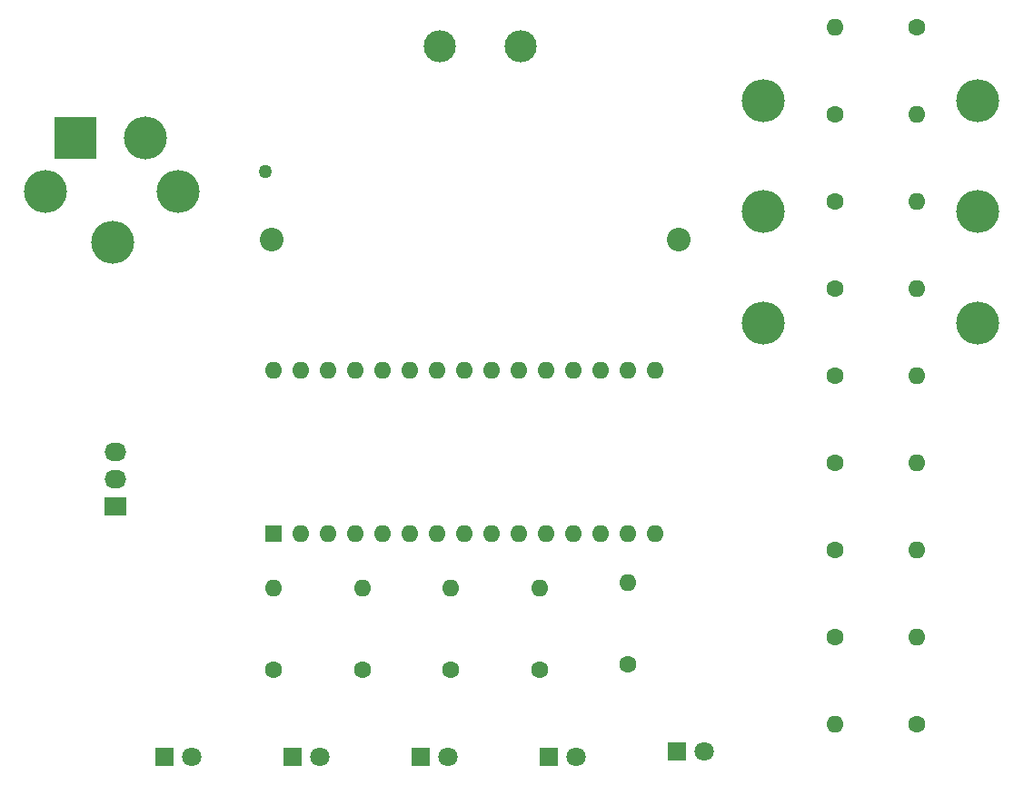
<source format=gbs>
%TF.GenerationSoftware,KiCad,Pcbnew,(5.1.10)-1*%
%TF.CreationDate,2021-08-05T18:33:57-07:00*%
%TF.ProjectId,SimpleCableTesterStatics,53696d70-6c65-4436-9162-6c6554657374,rev?*%
%TF.SameCoordinates,Original*%
%TF.FileFunction,Soldermask,Bot*%
%TF.FilePolarity,Negative*%
%FSLAX46Y46*%
G04 Gerber Fmt 4.6, Leading zero omitted, Abs format (unit mm)*
G04 Created by KiCad (PCBNEW (5.1.10)-1) date 2021-08-05 18:33:57*
%MOMM*%
%LPD*%
G01*
G04 APERTURE LIST*
%ADD10R,2.030000X1.730000*%
%ADD11O,2.030000X1.730000*%
%ADD12C,1.270000*%
%ADD13C,2.205000*%
%ADD14O,1.600000X1.600000*%
%ADD15C,1.600000*%
%ADD16R,1.600000X1.600000*%
%ADD17R,1.800000X1.800000*%
%ADD18C,1.800000*%
%ADD19O,4.000000X4.000000*%
%ADD20R,4.000000X4.000000*%
%ADD21O,3.000000X3.000000*%
G04 APERTURE END LIST*
D10*
%TO.C,U1*%
X114808000Y-119888000D03*
D11*
X114808000Y-117348000D03*
X114808000Y-114808000D03*
%TD*%
D12*
%TO.C,.1*%
X128756000Y-88626000D03*
D13*
X129351000Y-94996000D03*
X167321000Y-94996000D03*
%TD*%
D14*
%TO.C,3-1V1*%
X181864000Y-75184000D03*
D15*
X189484000Y-75184000D03*
%TD*%
%TO.C,3-1V2*%
X181864000Y-123952000D03*
D14*
X189484000Y-123952000D03*
%TD*%
D15*
%TO.C,3-2V1*%
X181864000Y-132080000D03*
D14*
X189484000Y-132080000D03*
%TD*%
%TO.C,3-2V2*%
X181864000Y-140208000D03*
D15*
X189484000Y-140208000D03*
%TD*%
%TO.C,3.3-3V1*%
X181864000Y-99568000D03*
D14*
X189484000Y-99568000D03*
%TD*%
D15*
%TO.C,3.3-3V2*%
X181864000Y-107696000D03*
D14*
X189484000Y-107696000D03*
%TD*%
%TO.C,5-4V1*%
X189484000Y-83312000D03*
D15*
X181864000Y-83312000D03*
%TD*%
%TO.C,5-4V2*%
X181864000Y-91440000D03*
D14*
X189484000Y-91440000D03*
%TD*%
D16*
%TO.C,A1*%
X129540000Y-122428000D03*
D14*
X162560000Y-107188000D03*
X132080000Y-122428000D03*
X160020000Y-107188000D03*
X134620000Y-122428000D03*
X157480000Y-107188000D03*
X137160000Y-122428000D03*
X154940000Y-107188000D03*
X139700000Y-122428000D03*
X152400000Y-107188000D03*
X142240000Y-122428000D03*
X149860000Y-107188000D03*
X144780000Y-122428000D03*
X147320000Y-107188000D03*
X147320000Y-122428000D03*
X144780000Y-107188000D03*
X149860000Y-122428000D03*
X142240000Y-107188000D03*
X152400000Y-122428000D03*
X139700000Y-107188000D03*
X154940000Y-122428000D03*
X137160000Y-107188000D03*
X157480000Y-122428000D03*
X134620000Y-107188000D03*
X160020000Y-122428000D03*
X132080000Y-107188000D03*
X162560000Y-122428000D03*
X129540000Y-107188000D03*
X165100000Y-122428000D03*
X165100000Y-107188000D03*
%TD*%
D17*
%TO.C,Bias.1*%
X119380000Y-143256000D03*
D18*
X121920000Y-143256000D03*
%TD*%
%TO.C,R+.2*%
X133858000Y-143256000D03*
D17*
X131318000Y-143256000D03*
%TD*%
%TO.C,L+.3*%
X143256000Y-143256000D03*
D18*
X145796000Y-143256000D03*
%TD*%
%TO.C,L-.4*%
X157734000Y-143256000D03*
D17*
X155194000Y-143256000D03*
%TD*%
%TO.C,R-.5*%
X167132000Y-142748000D03*
D18*
X169672000Y-142748000D03*
%TD*%
D14*
%TO.C,R1*%
X129540000Y-127508000D03*
D15*
X129540000Y-135128000D03*
%TD*%
%TO.C,R2*%
X137795000Y-135128000D03*
D14*
X137795000Y-127508000D03*
%TD*%
%TO.C,R3*%
X146050000Y-127508000D03*
D15*
X146050000Y-135128000D03*
%TD*%
%TO.C,R4*%
X154305000Y-135128000D03*
D14*
X154305000Y-127508000D03*
%TD*%
%TO.C,R5*%
X162560000Y-127000000D03*
D15*
X162560000Y-134620000D03*
%TD*%
D14*
%TO.C,Stay5V1*%
X189484000Y-115824000D03*
D15*
X181864000Y-115824000D03*
%TD*%
D19*
%TO.C,U2*%
X108305600Y-90500200D03*
D20*
X111074200Y-85496400D03*
D19*
X120650000Y-90500200D03*
X114554000Y-95250000D03*
X117576600Y-85496400D03*
%TD*%
%TO.C,U3*%
X175158400Y-102768400D03*
X175158400Y-92428400D03*
X175158400Y-82088400D03*
X195158400Y-92428400D03*
X195158400Y-82088400D03*
X195158400Y-102768400D03*
%TD*%
D21*
%TO.C,SW1*%
X144985400Y-76946800D03*
X152585400Y-76946800D03*
%TD*%
M02*

</source>
